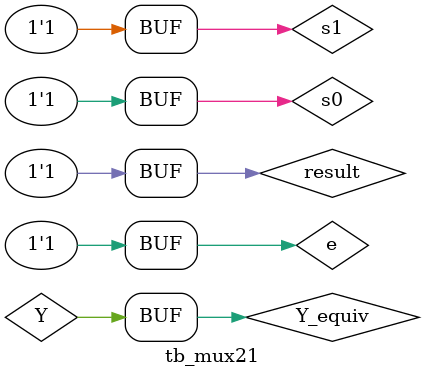
<source format=v>
`timescale 1ns/100ps

module tb_mux21();
    reg e, s0, s1;
    reg result;
    wire Y, Y_equiv;

    mux21 DUT0(e, s0, s1, Y);
    assign Y_equiv = Y ^~ result;

    initial begin
        {e, s0, s1, result} = 4'b0000;
        #20;
        {e, s0, s1, result} = 4'b0010;
        #20;
        {e, s0, s1, result} = 4'b0101;
        #20;
        {e, s0, s1, result} = 4'b0111;
        #20;
        {e, s0, s1, result} = 4'b1000;
        #20;
        {e, s0, s1, result} = 4'b1011;
        #20;
        {e, s0, s1, result} = 4'b1100;
        #20;
        {e, s0, s1, result} = 4'b1111;
        #20;
    end

endmodule

</source>
